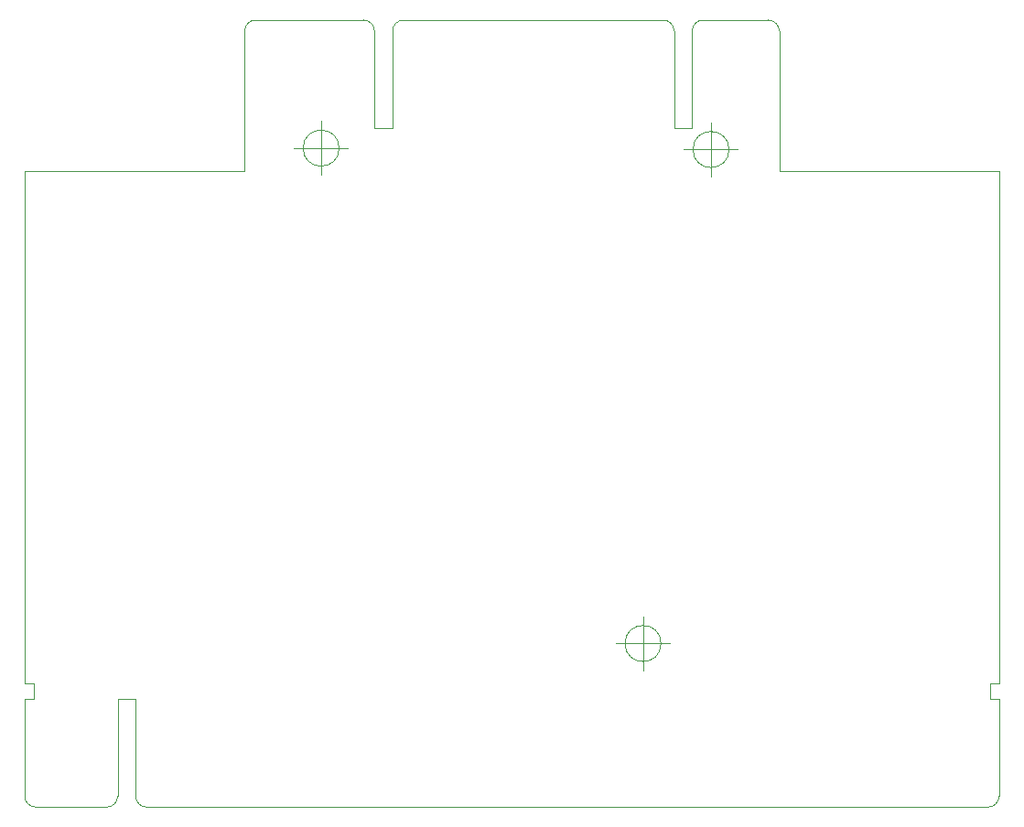
<source format=gbr>
%TF.GenerationSoftware,KiCad,Pcbnew,(5.1.9)-1*%
%TF.CreationDate,2021-06-11T00:57:41-04:00*%
%TF.ProjectId,IEEE488-VIE,49454545-3438-4382-9d56-49452e6b6963,rev?*%
%TF.SameCoordinates,Original*%
%TF.FileFunction,Profile,NP*%
%FSLAX46Y46*%
G04 Gerber Fmt 4.6, Leading zero omitted, Abs format (unit mm)*
G04 Created by KiCad (PCBNEW (5.1.9)-1) date 2021-06-11 00:57:41*
%MOMM*%
%LPD*%
G01*
G04 APERTURE LIST*
%TA.AperFunction,Profile*%
%ADD10C,0.050000*%
%TD*%
%TA.AperFunction,Profile*%
%ADD11C,0.025400*%
%TD*%
G04 APERTURE END LIST*
D10*
X163655166Y-108585000D02*
G75*
G03*
X163655166Y-108585000I-1666666J0D01*
G01*
X159488500Y-108585000D02*
X164488500Y-108585000D01*
X161988500Y-106085000D02*
X161988500Y-111085000D01*
X169941666Y-62865000D02*
G75*
G03*
X169941666Y-62865000I-1666666J0D01*
G01*
X165775000Y-62865000D02*
X170775000Y-62865000D01*
X168275000Y-60365000D02*
X168275000Y-65365000D01*
X133873666Y-62738000D02*
G75*
G03*
X133873666Y-62738000I-1666666J0D01*
G01*
X129707000Y-62738000D02*
X134707000Y-62738000D01*
X132207000Y-60238000D02*
X132207000Y-65238000D01*
X194945000Y-64880000D02*
X174591010Y-64880000D01*
X194945000Y-112268000D02*
X194945000Y-64880000D01*
X104775000Y-64880000D02*
X125128990Y-64880000D01*
X104775000Y-112268000D02*
X104775000Y-64880000D01*
X105600500Y-113728500D02*
X104791620Y-113740250D01*
X105600500Y-112268000D02*
X105600500Y-113728500D01*
X105600500Y-112268000D02*
X104775000Y-112268000D01*
X194945000Y-112268000D02*
X194119500Y-112268000D01*
X194119500Y-113728500D02*
X194119500Y-112268000D01*
X194926250Y-113740000D02*
X194119500Y-113728500D01*
D11*
%TO.C,X1*%
X104791620Y-113740250D02*
X104791620Y-122716500D01*
X193910000Y-123732500D02*
X116065300Y-123732380D01*
X194926250Y-113740000D02*
X194926250Y-122716250D01*
X113383310Y-113739880D02*
X113383310Y-122716130D01*
X115049300Y-113740250D02*
X115049300Y-122716500D01*
X112367060Y-123732620D02*
X105807620Y-123732500D01*
X115049300Y-113740000D02*
X113383310Y-113739880D01*
X193910000Y-123732500D02*
G75*
G03*
X194926000Y-122716500I0J1016000D01*
G01*
X105807620Y-123732500D02*
G75*
G02*
X104791620Y-122716500I0J1016000D01*
G01*
X112367060Y-123732380D02*
G75*
G03*
X113383060Y-122716380I0J1016000D01*
G01*
X116065300Y-123732500D02*
G75*
G02*
X115049300Y-122716500I0J1016000D01*
G01*
%TO.C,MEDGE1*%
X138813540Y-60879750D02*
X137147300Y-60879750D01*
X166535100Y-60879870D02*
X164866320Y-60879870D01*
X136131300Y-50887500D02*
X126146560Y-50887500D01*
X163850320Y-50887500D02*
X139829540Y-50887500D01*
X166535100Y-60879870D02*
X166535100Y-51903620D01*
X138813540Y-60879750D02*
X138813540Y-51903500D01*
X164866320Y-60880000D02*
X164866320Y-51903750D01*
X137147300Y-60879750D02*
X137147300Y-51903750D01*
X125128990Y-64880000D02*
X125128990Y-51903500D01*
X173574760Y-50887500D02*
X167551100Y-50887500D01*
X174591010Y-64880000D02*
X174591010Y-51903750D01*
X173574760Y-50887500D02*
G75*
G02*
X174590760Y-51903500I0J-1016000D01*
G01*
X126144990Y-50887500D02*
G75*
G03*
X125128990Y-51903500I0J-1016000D01*
G01*
X136131300Y-50887500D02*
G75*
G02*
X137147300Y-51903500I0J-1016000D01*
G01*
X163850320Y-50887620D02*
G75*
G02*
X164866320Y-51903620I0J-1016000D01*
G01*
X139829540Y-50887500D02*
G75*
G03*
X138813540Y-51903500I0J-1016000D01*
G01*
X167551100Y-50887620D02*
G75*
G03*
X166535100Y-51903620I0J-1016000D01*
G01*
%TD*%
M02*

</source>
